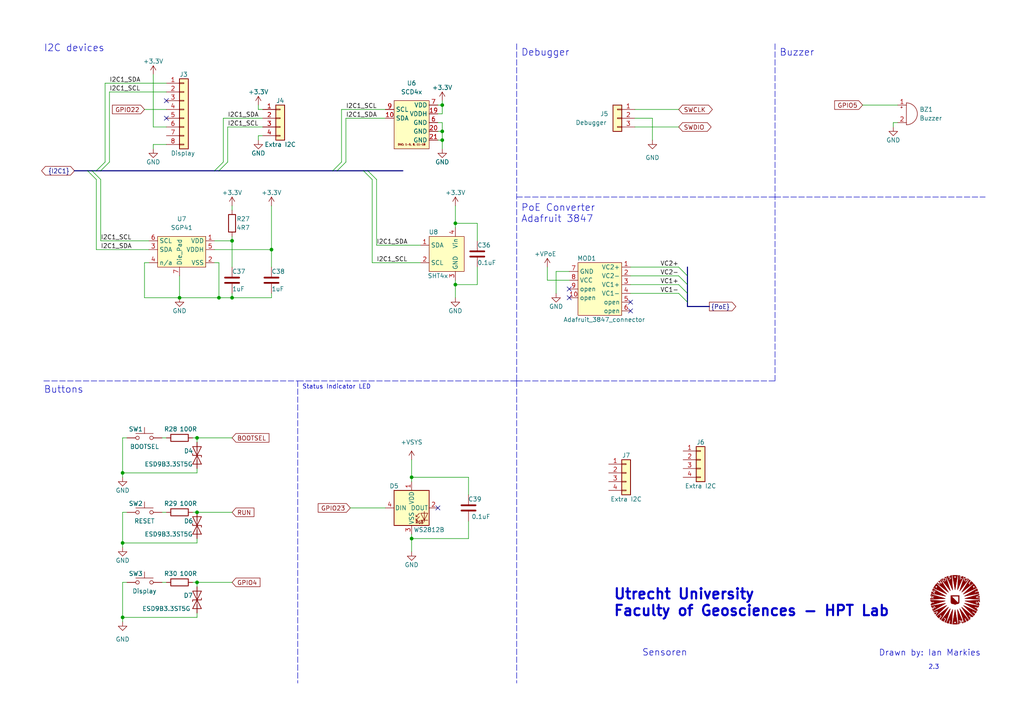
<source format=kicad_sch>
(kicad_sch (version 20211123) (generator eeschema)
  (paper "A4")
  (lib_symbols
    (symbol "Connector_Generic:Conn_01x03" (pin_names (offset 1.016) hide)
      (property "Reference" "J" (at 0 5.08 0))
      (property "Value" "Conn_01x03" (at 0 -5.08 0))
      (symbol "Conn_01x03_1_1"
        (pin passive line (at -5.08 2.54 0) (length 3.81) (name "Pin_1") (number "1"))
        (pin passive line (at -5.08 0 0) (length 3.81) (name "Pin_2") (number "2"))
        (pin passive line (at -5.08 -2.54 0) (length 3.81) (name "Pin_3") (number "3"))
      )
    )
    (symbol "Connector_Generic:Conn_01x04" (pin_names (offset 1.016) hide)
      (property "Reference" "J" (at 0 5.08 0))
      (property "Value" "Conn_01x04" (at 0 -7.62 0))
      (symbol "Conn_01x04_1_1"
        (pin passive line (at -5.08 2.54 0) (length 3.81) (name "Pin_1") (number "1"))
        (pin passive line (at -5.08 0 0) (length 3.81) (name "Pin_2") (number "2"))
        (pin passive line (at -5.08 -2.54 0) (length 3.81) (name "Pin_3") (number "3"))
        (pin passive line (at -5.08 -5.08 0) (length 3.81) (name "Pin_4") (number "4"))
      )
    )
    (symbol "Connector_Generic:Conn_01x08" (pin_names (offset 1.016) hide)
      (property "Reference" "J" (at 0 10.16 0))
      (property "Value" "Conn_01x08" (at 0 -12.7 0))
      (symbol "Conn_01x08_1_1"
        (pin passive line (at -5.08 7.62 0) (length 3.81) (name "Pin_1") (number "1"))
        (pin passive line (at -5.08 5.08 0) (length 3.81) (name "Pin_2") (number "2"))
        (pin passive line (at -5.08 2.54 0) (length 3.81) (name "Pin_3") (number "3"))
        (pin passive line (at -5.08 0 0) (length 3.81) (name "Pin_4") (number "4"))
        (pin passive line (at -5.08 -2.54 0) (length 3.81) (name "Pin_5") (number "5"))
        (pin passive line (at -5.08 -5.08 0) (length 3.81) (name "Pin_6") (number "6"))
        (pin passive line (at -5.08 -7.62 0) (length 3.81) (name "Pin_7") (number "7"))
        (pin passive line (at -5.08 -10.16 0) (length 3.81) (name "Pin_8") (number "8"))
      )
    )
    (symbol "Device:Buzzer" (pin_names (offset 0.0254) hide)
      (property "Reference" "BZ" (at 3.81 1.27 0))
      (property "Value" "Buzzer" (at 3.81 -1.27 0))
      (symbol "Buzzer_1_1"
        (pin passive line (at -2.54 2.54 0) (length 2.54) (name "-") (number "1"))
        (pin passive line (at -2.54 -2.54 0) (length 2.54) (name "+") (number "2"))
      )
    )
    (symbol "Device:C" (pin_numbers hide) (pin_names (offset 0.254))
      (property "Reference" "C" (at 0.635 2.54 0))
      (property "Value" "C" (at 0.635 -2.54 0))
      (symbol "C_1_1"
        (pin passive line (at 0 3.81 270) (length 2.794) (name "~") (number "1"))
        (pin passive line (at 0 -3.81 90) (length 2.794) (name "~") (number "2"))
      )
    )
    (symbol "Device:R" (pin_numbers hide) (pin_names (offset 0))
      (property "Reference" "R" (at 2.032 0 90))
      (property "Value" "R" (at 0 0 90))
      (symbol "R_1_1"
        (pin passive line (at 0 3.81 270) (length 1.27) (name "~") (number "1"))
        (pin passive line (at 0 -3.81 90) (length 1.27) (name "~") (number "2"))
      )
    )
    (symbol "Diode:ESD9B3.3ST5G" (pin_numbers hide) (pin_names (offset 1.016) hide)
      (property "Reference" "D" (at 0 2.54 0))
      (property "Value" "ESD9B3.3ST5G" (at 0 -2.54 0))
      (symbol "ESD9B3.3ST5G_1_1"
        (pin passive line (at -3.81 0 0) (length 2.54) (name "A1") (number "1"))
        (pin passive line (at 3.81 0 180) (length 2.54) (name "A2") (number "2"))
      )
    )
    (symbol "HPT:+VPoE" (power) (in_bom no) (on_board no)
      (property "Value" "+VPoE" (at 0 5.08 0))
      (symbol "+VPoE_1_1"
        (pin power_in line (at 0 0 90) (length 0) hide (name "+VPoE") (number ""))
      )
    )
    (symbol "HPT:+Vsys" (power) (in_bom no) (on_board no)
      (property "Value" "+Vsys" (at 0 3.81 0))
      (symbol "+Vsys_1_1"
        (pin power_in line (at 0 0 90) (length 0) hide (name "+VSYS") (number ""))
      )
    )
    (symbol "HPT:Adafruit_3847_connector"
      (property "Reference" "J" (at -5.08 7.62 0))
      (property "Value" "Adafruit_3847_connector" (at -1.27 -10.16 0))
      (symbol "Adafruit_3847_connector_1_1"
        (pin bidirectional line (at 8.89 5.08 180) (length 2.54) (name "VC2+") (number "1"))
        (pin passive line (at -8.89 -3.81 0) (length 2.54) (name "open") (number "10"))
        (pin bidirectional line (at 8.89 2.54 180) (length 2.54) (name "VC2-") (number "2"))
        (pin bidirectional line (at 8.89 0 180) (length 2.54) (name "VC1+") (number "3"))
        (pin bidirectional line (at 8.89 -2.54 180) (length 2.54) (name "VC1-") (number "4"))
        (pin passive line (at 8.89 -5.08 180) (length 2.54) (name "open") (number "5"))
        (pin passive line (at 8.89 -7.62 180) (length 2.54) (name "open") (number "6"))
        (pin power_out line (at -8.89 3.81 0) (length 2.54) (name "GND") (number "7"))
        (pin power_in line (at -8.89 1.27 0) (length 2.54) (name "VCC") (number "8"))
        (pin passive line (at -8.89 -1.27 0) (length 2.54) (name "open") (number "9"))
      )
    )
    (symbol "HPT:LOGO" (pin_names (offset 1.016)))
    (symbol "HPT:SCD4x"
      (property "Reference" "U" (at -3.81 6.35 0))
      (property "Value" "SCD4x" (at 2.54 -10.16 0))
      (symbol "SCD4x_0_0"
        (text "DNC: 1-5, 8, 11-18" (at 0 -7.62 0) (effects (font (size 0.5 0.5))))
      )
      (symbol "SCD4x_1_1"
        (pin no_connect line (at -7.62 -6.35 0) (length 2.54) hide (name "DNC") (number "1"))
        (pin power_in line (at -7.62 0 0) (length 2.54) (name "SDA") (number "10"))
        (pin no_connect line (at -7.62 -6.35 0) (length 2.54) hide (name "DNC") (number "11"))
        (pin no_connect line (at -7.62 -6.35 0) (length 2.54) hide (name "DNC") (number "12"))
        (pin no_connect line (at -7.62 -6.35 0) (length 2.54) hide (name "DNC") (number "13"))
        (pin no_connect line (at -7.62 -6.35 0) (length 2.54) hide (name "DNC") (number "14"))
        (pin no_connect line (at -7.62 -6.35 0) (length 2.54) hide (name "DNC") (number "15"))
        (pin no_connect line (at -7.62 -6.35 0) (length 2.54) hide (name "DNC") (number "16"))
        (pin no_connect line (at -7.62 -6.35 0) (length 2.54) hide (name "DNC") (number "17"))
        (pin no_connect line (at -7.62 -6.35 0) (length 2.54) hide (name "DNC") (number "18"))
        (pin power_in line (at 7.62 1.27 180) (length 2.54) (name "VDDH") (number "19"))
        (pin no_connect line (at -7.62 -6.35 0) (length 2.54) hide (name "DNC") (number "2"))
        (pin power_in line (at 7.62 -3.81 180) (length 2.54) (name "GND") (number "20"))
        (pin power_in line (at 7.62 -6.35 180) (length 2.54) (name "GND") (number "21"))
        (pin no_connect line (at -7.62 -6.35 0) (length 2.54) hide (name "DNC") (number "3"))
        (pin no_connect line (at -7.62 -6.35 0) (length 2.54) hide (name "DNC") (number "4"))
        (pin no_connect line (at -7.62 -6.35 0) (length 2.54) hide (name "DNC") (number "5"))
        (pin power_in line (at 7.62 -1.27 180) (length 2.54) (name "GND") (number "6"))
        (pin power_in line (at 7.62 3.81 180) (length 2.54) (name "VDD") (number "7"))
        (pin no_connect line (at -7.62 -6.35 0) (length 2.54) hide (name "DNC") (number "8"))
        (pin power_in line (at -7.62 2.54 0) (length 2.54) (name "SCL") (number "9"))
      )
    )
    (symbol "HPT:SGP41"
      (property "Reference" "U" (at -5.08 3.81 0))
      (property "Value" "SGP41" (at 5.08 -7.62 0))
      (symbol "SGP41_1_1"
        (pin power_in line (at 10.16 1.27 180) (length 2.54) (name "VDD") (number "1"))
        (pin power_in line (at 10.16 -5.08 180) (length 2.54) (name "VSS") (number "2"))
        (pin bidirectional line (at -8.89 -1.27 0) (length 2.54) (name "SDA") (number "3"))
        (pin passive line (at -8.89 -5.08 0) (length 2.54) (name "n/a") (number "4"))
        (pin power_in line (at 10.16 -1.27 180) (length 2.54) (name "VDDH") (number "5"))
        (pin bidirectional line (at -8.89 1.27 0) (length 2.54) (name "SCL") (number "6"))
        (pin power_in line (at 0 -8.89 90) (length 2.54) (name "Die_Pad") (number "7"))
      )
    )
    (symbol "HPT:SHT4x"
      (property "Reference" "U" (at 5.08 -6.35 0))
      (property "Value" "SHT4x" (at -2.54 6.35 0))
      (symbol "SHT4x_1_1"
        (pin bidirectional line (at -7.62 2.54 0) (length 2.54) (name "SDA") (number "1"))
        (pin bidirectional line (at -7.62 -2.54 0) (length 2.54) (name "SCL") (number "2"))
        (pin power_in line (at 2.54 -7.62 90) (length 2.54) (name "GND") (number "3"))
        (pin power_in line (at 2.54 7.62 270) (length 2.54) (name "Vin") (number "4"))
      )
    )
    (symbol "LED:WS2812B" (pin_names (offset 0.254))
      (property "Reference" "D" (at 5.08 5.715 0))
      (property "Value" "WS2812B" (at 1.27 -5.715 0))
      (symbol "WS2812B_0_0"
        (text "RGB" (at 2.286 -4.191 0) (effects (font (size 0.762 0.762))))
      )
      (symbol "WS2812B_1_1"
        (pin power_in line (at 0 7.62 270) (length 2.54) (name "VDD") (number "1"))
        (pin output line (at 7.62 0 180) (length 2.54) (name "DOUT") (number "2"))
        (pin power_in line (at 0 -7.62 90) (length 2.54) (name "VSS") (number "3"))
        (pin input line (at -7.62 0 0) (length 2.54) (name "DIN") (number "4"))
      )
    )
    (symbol "Switch:SW_Push" (pin_numbers hide) (pin_names (offset 1.016) hide)
      (property "Reference" "SW" (at 1.27 2.54 0))
      (property "Value" "SW_Push" (at 0 -1.524 0))
      (symbol "SW_Push_0_1"
        (pin passive line (at -5.08 0 0) (length 2.54) (name "1") (number "1"))
        (pin passive line (at 5.08 0 180) (length 2.54) (name "2") (number "2"))
      )
    )
    (symbol "power:+3.3V" (power) (pin_names (offset 0))
      (property "Value" "+3.3V" (at 0 3.556 0))
      (symbol "+3.3V_1_1"
        (pin power_in line (at 0 0 90) (length 0) hide (name "+3.3V") (number "1"))
      )
    )
    (symbol "power:GND" (power) (pin_names (offset 0))
      (property "Value" "GND" (at 0 -3.81 0))
      (symbol "GND_1_1"
        (pin power_in line (at 0 0 270) (length 0) hide (name "GND") (number "1"))
      )
    )
  )
  (bus_alias "PoE" (members "VC1+" "VC1-" "VC2+" "VC2-"))
  (junction (at 35.56 179.07))
  (junction (at 67.31 69.85))
  (junction (at 119.38 138.43))
  (junction (at 132.08 64.77))
  (junction (at 128.27 40.64))
  (junction (at 57.15 148.59))
  (junction (at 128.27 30.48))
  (junction (at 35.56 157.48))
  (junction (at 132.08 82.55))
  (junction (at 78.74 72.39))
  (junction (at 67.31 86.36))
  (junction (at 57.15 127))
  (junction (at 128.27 38.1))
  (junction (at 57.15 168.91))
  (junction (at 52.07 86.36))
  (junction (at 63.5 86.36))
  (junction (at 35.56 137.16))
  (junction (at 119.38 156.21))
  (no_connect (at 127 147.32))
  (no_connect (at 165.1 86.36))
  (no_connect (at 182.88 87.63))
  (no_connect (at 48.26 29.21))
  (no_connect (at 48.26 34.29))
  (no_connect (at 182.88 90.17))
  (no_connect (at 165.1 83.82))
  (bus_entry (at 196.85 85.09) (size 2.54 2.54))
  (bus_entry (at 63.5 49.53) (size 2.54 -2.54))
  (bus_entry (at 62.23 49.53) (size 2.54 -2.54))
  (bus_entry (at 26.67 49.53) (size 2.54 2.54))
  (bus_entry (at 25.4 49.53) (size 2.54 2.54))
  (bus_entry (at 106.68 49.53) (size 2.54 2.54))
  (bus_entry (at 105.41 49.53) (size 2.54 2.54))
  (bus_entry (at 29.21 49.53) (size 2.54 -2.54))
  (bus_entry (at 27.94 49.53) (size 2.54 -2.54))
  (bus_entry (at 199.39 80.01) (size -2.54 -2.54))
  (bus_entry (at 199.39 82.55) (size -2.54 -2.54))
  (bus_entry (at 199.39 85.09) (size -2.54 -2.54))
  (bus_entry (at 96.52 49.53) (size 2.54 -2.54))
  (bus_entry (at 97.79 49.53) (size 2.54 -2.54))
  (bus (pts (xy 199.39 88.9) (xy 205.74 88.9)))
  (bus (pts (xy 29.21 49.53) (xy 62.23 49.53)))
  (wire (pts (xy 76.2 39.37) (xy 74.93 39.37)))
  (wire (pts (xy 107.95 52.07) (xy 107.95 76.2)))
  (wire (pts (xy 63.5 76.2) (xy 63.5 86.36)))
  (wire (pts (xy 74.93 30.48) (xy 74.93 31.75)))
  (wire (pts (xy 107.95 76.2) (xy 121.92 76.2)))
  (wire (pts (xy 48.26 148.59) (xy 46.99 148.59)))
  (bus (pts (xy 105.41 49.53) (xy 106.68 49.53)))
  (wire (pts (xy 27.94 52.07) (xy 27.94 72.39)))
  (wire (pts (xy 36.83 148.59) (xy 35.56 148.59)))
  (wire (pts (xy 100.33 34.29) (xy 111.76 34.29)))
  (wire (pts (xy 41.91 31.75) (xy 48.26 31.75)))
  (bus (pts (xy 21.59 49.53) (xy 25.4 49.53)))
  (wire (pts (xy 35.56 168.91) (xy 35.56 179.07)))
  (wire (pts (xy 184.15 36.83) (xy 196.85 36.83)))
  (bus (pts (xy 26.67 49.53) (xy 27.94 49.53)))
  (bus (pts (xy 199.39 82.55) (xy 199.39 85.09)))
  (wire (pts (xy 63.5 86.36) (xy 67.31 86.36)))
  (wire (pts (xy 127 38.1) (xy 128.27 38.1)))
  (wire (pts (xy 27.94 72.39) (xy 43.18 72.39)))
  (wire (pts (xy 67.31 148.59) (xy 57.15 148.59)))
  (wire (pts (xy 128.27 40.64) (xy 128.27 43.18)))
  (wire (pts (xy 62.23 69.85) (xy 67.31 69.85)))
  (bus (pts (xy 97.79 49.53) (xy 105.41 49.53)))
  (wire (pts (xy 36.83 127) (xy 35.56 127)))
  (wire (pts (xy 128.27 38.1) (xy 128.27 40.64)))
  (wire (pts (xy 119.38 160.02) (xy 119.38 156.21)))
  (wire (pts (xy 138.43 64.77) (xy 138.43 69.85)))
  (wire (pts (xy 48.26 36.83) (xy 44.45 36.83)))
  (wire (pts (xy 259.08 35.56) (xy 259.08 36.83)))
  (wire (pts (xy 119.38 138.43) (xy 135.89 138.43)))
  (wire (pts (xy 128.27 29.21) (xy 128.27 30.48)))
  (wire (pts (xy 35.56 137.16) (xy 35.56 138.43)))
  (wire (pts (xy 158.75 77.47) (xy 158.75 81.28)))
  (bus (pts (xy 106.68 49.53) (xy 116.84 49.53)))
  (wire (pts (xy 132.08 59.69) (xy 132.08 64.77)))
  (bus (pts (xy 97.79 49.53) (xy 96.52 49.53)))
  (bus (pts (xy 25.4 49.53) (xy 26.67 49.53)))
  (polyline (pts (xy 86.36 110.49) (xy 149.86 110.49)))
  (wire (pts (xy 35.56 157.48) (xy 35.56 158.75)))
  (wire (pts (xy 66.04 46.99) (xy 66.04 36.83)))
  (wire (pts (xy 132.08 86.36) (xy 132.08 82.55)))
  (wire (pts (xy 250.19 30.48) (xy 260.35 30.48)))
  (bus (pts (xy 199.39 77.47) (xy 199.39 80.01)))
  (polyline (pts (xy 224.79 57.15) (xy 285.75 57.15)))
  (wire (pts (xy 62.23 72.39) (xy 78.74 72.39)))
  (polyline (pts (xy 149.86 57.15) (xy 224.79 57.15)))
  (wire (pts (xy 182.88 77.47) (xy 196.85 77.47)))
  (wire (pts (xy 101.6 147.32) (xy 111.76 147.32)))
  (wire (pts (xy 29.21 69.85) (xy 29.21 52.07)))
  (wire (pts (xy 35.56 127) (xy 35.56 137.16)))
  (bus (pts (xy 199.39 87.63) (xy 199.39 88.9)))
  (wire (pts (xy 52.07 86.36) (xy 63.5 86.36)))
  (wire (pts (xy 57.15 168.91) (xy 55.88 168.91)))
  (polyline (pts (xy 224.79 110.49) (xy 224.79 57.15)))
  (wire (pts (xy 55.88 148.59) (xy 57.15 148.59)))
  (bus (pts (xy 199.39 80.01) (xy 199.39 82.55)))
  (wire (pts (xy 138.43 82.55) (xy 132.08 82.55)))
  (wire (pts (xy 119.38 156.21) (xy 119.38 154.94)))
  (wire (pts (xy 30.48 24.13) (xy 30.48 46.99)))
  (polyline (pts (xy 12.7 110.49) (xy 86.36 110.49)))
  (wire (pts (xy 46.99 127) (xy 48.26 127)))
  (wire (pts (xy 111.76 31.75) (xy 99.06 31.75)))
  (wire (pts (xy 41.91 76.2) (xy 43.18 76.2)))
  (wire (pts (xy 74.93 39.37) (xy 74.93 40.64)))
  (wire (pts (xy 135.89 151.13) (xy 135.89 156.21)))
  (bus (pts (xy 199.39 85.09) (xy 199.39 87.63)))
  (wire (pts (xy 109.22 71.12) (xy 121.92 71.12)))
  (wire (pts (xy 66.04 36.83) (xy 76.2 36.83)))
  (wire (pts (xy 184.15 31.75) (xy 196.85 31.75)))
  (wire (pts (xy 127 33.02) (xy 128.27 33.02)))
  (wire (pts (xy 52.07 80.01) (xy 52.07 86.36)))
  (wire (pts (xy 119.38 138.43) (xy 119.38 133.35)))
  (wire (pts (xy 161.29 78.74) (xy 161.29 85.09)))
  (wire (pts (xy 57.15 179.07) (xy 35.56 179.07)))
  (wire (pts (xy 67.31 59.69) (xy 67.31 60.96)))
  (wire (pts (xy 57.15 179.07) (xy 57.15 177.8)))
  (wire (pts (xy 36.83 168.91) (xy 35.56 168.91)))
  (wire (pts (xy 44.45 41.91) (xy 44.45 43.18)))
  (wire (pts (xy 132.08 64.77) (xy 138.43 64.77)))
  (wire (pts (xy 189.23 34.29) (xy 189.23 40.64)))
  (wire (pts (xy 31.75 26.67) (xy 48.26 26.67)))
  (wire (pts (xy 57.15 170.18) (xy 57.15 168.91)))
  (wire (pts (xy 67.31 86.36) (xy 67.31 85.09)))
  (bus (pts (xy 63.5 49.53) (xy 96.52 49.53)))
  (wire (pts (xy 127 30.48) (xy 128.27 30.48)))
  (wire (pts (xy 135.89 156.21) (xy 119.38 156.21)))
  (wire (pts (xy 78.74 59.69) (xy 78.74 72.39)))
  (wire (pts (xy 109.22 52.07) (xy 109.22 71.12)))
  (wire (pts (xy 57.15 137.16) (xy 35.56 137.16)))
  (wire (pts (xy 55.88 127) (xy 57.15 127)))
  (wire (pts (xy 41.91 76.2) (xy 41.91 86.36)))
  (wire (pts (xy 62.23 76.2) (xy 63.5 76.2)))
  (wire (pts (xy 138.43 77.47) (xy 138.43 82.55)))
  (bus (pts (xy 27.94 49.53) (xy 29.21 49.53)))
  (wire (pts (xy 119.38 138.43) (xy 119.38 139.7)))
  (wire (pts (xy 127 40.64) (xy 128.27 40.64)))
  (wire (pts (xy 64.77 34.29) (xy 76.2 34.29)))
  (polyline (pts (xy 224.79 12.7) (xy 224.79 57.15)))
  (wire (pts (xy 260.35 35.56) (xy 259.08 35.56)))
  (wire (pts (xy 48.26 41.91) (xy 44.45 41.91)))
  (wire (pts (xy 127 35.56) (xy 128.27 35.56)))
  (wire (pts (xy 57.15 156.21) (xy 57.15 157.48)))
  (wire (pts (xy 67.31 69.85) (xy 67.31 68.58)))
  (wire (pts (xy 135.89 138.43) (xy 135.89 143.51)))
  (wire (pts (xy 100.33 46.99) (xy 100.33 34.29)))
  (wire (pts (xy 35.56 148.59) (xy 35.56 157.48)))
  (wire (pts (xy 165.1 81.28) (xy 158.75 81.28)))
  (bus (pts (xy 62.23 49.53) (xy 63.5 49.53)))
  (wire (pts (xy 182.88 85.09) (xy 196.85 85.09)))
  (wire (pts (xy 182.88 80.01) (xy 196.85 80.01)))
  (wire (pts (xy 30.48 24.13) (xy 48.26 24.13)))
  (wire (pts (xy 132.08 64.77) (xy 132.08 66.04)))
  (wire (pts (xy 67.31 86.36) (xy 78.74 86.36)))
  (wire (pts (xy 57.15 137.16) (xy 57.15 135.89)))
  (wire (pts (xy 182.88 82.55) (xy 196.85 82.55)))
  (wire (pts (xy 31.75 46.99) (xy 31.75 26.67)))
  (wire (pts (xy 67.31 168.91) (xy 57.15 168.91)))
  (wire (pts (xy 128.27 30.48) (xy 128.27 33.02)))
  (wire (pts (xy 67.31 127) (xy 57.15 127)))
  (wire (pts (xy 29.21 69.85) (xy 43.18 69.85)))
  (polyline (pts (xy 149.86 110.49) (xy 149.86 198.12)))
  (wire (pts (xy 184.15 34.29) (xy 189.23 34.29)))
  (wire (pts (xy 44.45 36.83) (xy 44.45 21.59)))
  (wire (pts (xy 99.06 31.75) (xy 99.06 46.99)))
  (wire (pts (xy 78.74 72.39) (xy 78.74 77.47)))
  (wire (pts (xy 57.15 128.27) (xy 57.15 127)))
  (wire (pts (xy 41.91 86.36) (xy 52.07 86.36)))
  (wire (pts (xy 128.27 35.56) (xy 128.27 38.1)))
  (polyline (pts (xy 149.86 110.49) (xy 224.79 110.49)))
  (wire (pts (xy 48.26 168.91) (xy 46.99 168.91)))
  (polyline (pts (xy 86.36 110.49) (xy 86.36 198.12)))
  (wire (pts (xy 132.08 82.55) (xy 132.08 81.28)))
  (wire (pts (xy 35.56 179.07) (xy 35.56 180.34)))
  (wire (pts (xy 74.93 31.75) (xy 76.2 31.75)))
  (wire (pts (xy 78.74 85.09) (xy 78.74 86.36)))
  (wire (pts (xy 165.1 78.74) (xy 161.29 78.74)))
  (polyline (pts (xy 149.86 12.7) (xy 149.86 110.49)))
  (wire (pts (xy 57.15 157.48) (xy 35.56 157.48)))
  (wire (pts (xy 64.77 46.99) (xy 64.77 34.29)))
  (wire (pts (xy 67.31 69.85) (xy 67.31 77.47)))
  (text "PoE Converter\nAdafruit 3847\n" (at 151.13 64.77 0) (effects (font (size 2 2)) (justify left bottom)))
  (text "Drawn by: Ian Markies" (at 284.48 190.5 180) (effects (font (size 1.75 1.75)) (justify right bottom)))
  (text "Status Indicator LED" (at 87.63 113.03 0) (effects (font (size 1.27 1.27)) (justify left bottom)))
  (text "Utrecht University\nFaculty of Geosciences - HPT Lab" (at 177.8 179.07 0) (effects (font (size 3 3) (thickness 0.6) bold) (justify left bottom)))
  (text "2.3" (at 269.24 194.31 0) (effects (font (size 1.27 1.27)) (justify left bottom)))
  (text "I2C devices\n" (at 12.7 15.24 0) (effects (font (size 2 2)) (justify left bottom)))
  (text "Buzzer" (at 226.06 16.51 0) (effects (font (size 2 2)) (justify left bottom)))
  (text "Buttons" (at 12.7 114.3 0) (effects (font (size 2 2)) (justify left bottom)))
  (text "Debugger" (at 151.13 16.51 0) (effects (font (size 2 2)) (justify left bottom)))
  (text "Sensoren" (at 199.39 190.5 180) (effects (font (size 1.905 1.905)) (justify right bottom)))
  (label "I2C1_SDA" (at 100.33 34.29 0))
  (label "I2C1_SCL" (at 31.75 26.67 0))
  (label "I2C1_SDA" (at 31.75 24.13 0))
  (label "I2C1_SDA" (at 66.04 34.29 0))
  (label "VC1-" (at 196.85 85.09 180))
  (label "VC2+" (at 196.85 77.47 180))
  (label "I2C1_SCL" (at 100.33 31.75 0))
  (label "VC1+" (at 196.85 82.55 180))
  (label "I2C1_SCL" (at 109.22 76.2 0))
  (label "I2C1_SCL" (at 66.04 36.83 0))
  (label "I2C1_SDA" (at 109.22 71.12 0))
  (label "VC2-" (at 196.85 80.01 180))
  (label "I2C1_SCL" (at 29.21 69.85 0))
  (label "I2C1_SDA" (at 29.21 72.39 0))
  (global_label "BOOTSEL" (shape input) (at 67.31 127 0) (property "Intersheet References" "${INTERSHEET_REFS}" (effects hide)))
  (global_label "GPIO5" (shape input) (at 250.19 30.48 180) (property "Intersheet References" "${INTERSHEET_REFS}" (effects hide)))
  (global_label "{I2C1}" (shape bidirectional) (at 21.59 49.53 180) (property "Intersheet References" "${INTERSHEET_REFS}" (effects hide)))
  (global_label "{PoE}" (shape output) (at 205.74 88.9 0) (property "Intersheet References" "${INTERSHEET_REFS}" (effects hide)))
  (global_label "SWDIO" (shape bidirectional) (at 196.85 36.83 0) (property "Intersheet References" "${INTERSHEET_REFS}" (effects hide)))
  (global_label "SWCLK" (shape bidirectional) (at 196.85 31.75 0) (property "Intersheet References" "${INTERSHEET_REFS}" (effects hide)))
  (global_label "GPIO23" (shape input) (at 101.6 147.32 180) (property "Intersheet References" "${INTERSHEET_REFS}" (effects hide)))
  (global_label "GPIO22" (shape input) (at 41.91 31.75 180) (property "Intersheet References" "${INTERSHEET_REFS}" (effects hide)))
  (global_label "RUN" (shape input) (at 67.31 148.59 0) (property "Intersheet References" "${INTERSHEET_REFS}" (effects hide)))
  (global_label "GPIO4" (shape input) (at 67.31 168.91 0) (property "Intersheet References" "${INTERSHEET_REFS}" (effects hide)))
  (symbol (lib_id "power:GND") (at 44.45 43.18 0) (mirror y) (unit 1)
    (property "Reference" "#PWR045" (effects hide))
    (property "Value" "GND" (at 44.45 46.99 0))
  )
  (symbol (lib_id "power:+3.3V") (at 78.74 59.69 0) (unit 1)
    (property "Reference" "#PWR048" (effects hide))
    (property "Value" "+3.3V" (at 78.74 55.88 0))
  )
  (symbol (lib_id "HPT:Adafruit_3847_connector") (at 173.99 82.55 0) (unit 1)
    (property "Reference" "MOD1" (at 170.18 74.93 0))
    (property "Value" "Adafruit_3847_connector" (at 175.26 92.71 0))
    (property "Footprint" "HPT:Adafruit 3847 connector" (effects hide))
  )
  (symbol (lib_id "Connector_Generic:Conn_01x04") (at 81.28 34.29 0) (unit 1)
    (property "Reference" "J4" (at 81.28 29.21 0))
    (property "Value" "Extra I2C" (at 81.28 41.91 0))
    (property "Footprint" "Connector_Molex:Molex_KK-396_A-41791-0004_1x04_P3.96mm_Vertical" (effects hide))
  )
  (symbol (lib_id "Connector_Generic:Conn_01x03") (at 179.07 34.29 0) (mirror y) (unit 1)
    (property "Reference" "J5" (at 175.26 33.02 0))
    (property "Value" "Debugger" (at 171.45 35.56 0))
    (property "Footprint" "Connector_PinHeader_2.54mm:PinHeader_1x03_P2.54mm_Vertical" (effects hide))
  )
  (symbol (lib_id "Diode:ESD9B3.3ST5G") (at 57.15 132.08 90) (unit 1)
    (property "Reference" "D4" (at 53.34 130.81 90) (effects (justify right)))
    (property "Value" "ESD9B3.3ST5G" (at 41.91 134.62 90) (effects (justify right)))
    (property "Footprint" "Diode_SMD:D_SOD-923" (effects hide))
    (property "Datasheet" "https://www.onsemi.com/pub/Collateral/ESD9B-D.PDF" (effects hide))
  )
  (symbol (lib_id "power:+3.3V") (at 67.31 59.69 0) (unit 1)
    (property "Reference" "#PWR047" (effects hide))
    (property "Value" "+3.3V" (at 67.31 55.88 0))
  )
  (symbol (lib_id "Device:C") (at 135.89 147.32 0) (mirror y) (unit 1)
    (property "Reference" "C39" (at 139.7 144.78 0) (effects (justify left)))
    (property "Value" "0.1uF" (at 142.24 149.86 0) (effects (justify left)))
    (property "Footprint" "Capacitor_SMD:C_0402_1005Metric" (effects hide))
  )
  (symbol (lib_id "power:+3.3V") (at 74.93 30.48 0) (mirror y) (unit 1)
    (property "Reference" "#PWR041" (effects hide))
    (property "Value" "+3.3V" (at 74.93 26.67 0))
  )
  (symbol (lib_id "power:GND") (at 132.08 86.36 0) (unit 1)
    (property "Reference" "#PWR052" (effects hide))
    (property "Value" "GND" (at 132.08 90.17 0))
  )
  (symbol (lib_id "power:GND") (at 161.29 85.09 0) (mirror y) (unit 1)
    (property "Reference" "#PWR050" (effects hide))
    (property "Value" "GND" (at 161.29 88.9 0))
  )
  (symbol (lib_id "power:GND") (at 119.38 160.02 0) (unit 1)
    (property "Reference" "#PWR055" (effects hide))
    (property "Value" "GND" (at 119.38 163.83 0))
  )
  (symbol (lib_id "Switch:SW_Push") (at 41.91 127 0) (unit 1)
    (property "Reference" "SW1" (at 39.37 124.46 0))
    (property "Value" "BOOTSEL" (at 41.91 129.54 0))
    (property "Footprint" "HPT:Switch" (effects hide))
  )
  (symbol (lib_id "HPT:SCD4x") (at 119.38 34.29 0) (unit 1)
    (property "Reference" "U6" (at 119.38 24.13 0))
    (property "Value" "SCD4x" (at 119.38 26.67 0))
    (property "Footprint" "HPT:SDC4x" (effects hide))
  )
  (symbol (lib_id "Device:R") (at 52.07 168.91 90) (unit 1)
    (property "Reference" "R30" (at 49.53 166.37 90))
    (property "Value" "100R" (at 54.61 166.37 90))
    (property "Footprint" "Resistor_SMD:R_0402_1005Metric" (effects hide))
  )
  (symbol (lib_id "Device:R") (at 52.07 127 270) (mirror x) (unit 1)
    (property "Reference" "R28" (at 49.53 124.46 90))
    (property "Value" "100R" (at 54.61 124.46 90))
    (property "Footprint" "Resistor_SMD:R_0402_1005Metric" (effects hide))
  )
  (symbol (lib_id "Switch:SW_Push") (at 41.91 148.59 0) (unit 1)
    (property "Reference" "SW2" (at 39.37 146.05 0))
    (property "Value" "RESET" (at 41.91 151.13 0))
    (property "Footprint" "HPT:Switch" (effects hide))
  )
  (symbol (lib_id "LED:WS2812B") (at 119.38 147.32 0) (unit 1)
    (property "Reference" "D5" (at 114.3 140.97 0))
    (property "Value" "WS2812B" (at 124.46 153.67 0))
    (property "Footprint" "LED_SMD:LED_WS2812B_PLCC4_5.0x5.0mm_P3.2mm" (effects hide))
    (property "Datasheet" "https://cdn-shop.adafruit.com/datasheets/WS2812B.pdf" (effects hide))
  )
  (symbol (lib_id "HPT:LOGO") (at 276.86 173.99 0) (unit 1)
    (property "Reference" "#G4" (effects hide))
    (property "Value" "LOGO" (effects hide))
  )
  (symbol (lib_id "Diode:ESD9B3.3ST5G") (at 57.15 173.99 270) (mirror x) (unit 1)
    (property "Reference" "D7" (at 54.61 172.72 90))
    (property "Value" "ESD9B3.3ST5G" (at 48.26 176.53 90))
    (property "Footprint" "Diode_SMD:D_SOD-923" (effects hide))
    (property "Datasheet" "https://www.onsemi.com/pub/Collateral/ESD9B-D.PDF" (effects hide))
  )
  (symbol (lib_id "HPT:SHT4x") (at 129.54 73.66 0) (unit 1)
    (property "Reference" "U8" (at 125.73 67.31 0))
    (property "Value" "SHT4x" (at 127 80.01 0))
    (property "Footprint" "HPT:SHT4x" (effects hide))
  )
  (symbol (lib_id "power:+3.3V") (at 132.08 59.69 0) (unit 1)
    (property "Reference" "#PWR049" (effects hide))
    (property "Value" "+3.3V" (at 132.08 55.88 0))
  )
  (symbol (lib_id "power:GND") (at 35.56 138.43 0) (unit 1)
    (property "Reference" "#PWR053" (effects hide))
    (property "Value" "GND" (at 35.56 142.24 0))
  )
  (symbol (lib_id "power:GND") (at 35.56 180.34 0) (mirror y) (unit 1)
    (property "Reference" "#PWR056" (effects hide))
    (property "Value" "GND" (at 35.56 185.42 0))
  )
  (symbol (lib_id "power:+3.3V") (at 44.45 21.59 0) (mirror y) (unit 1)
    (property "Reference" "#PWR039" (effects hide))
    (property "Value" "+3.3V" (at 44.45 17.78 0))
  )
  (symbol (lib_id "power:GND") (at 128.27 43.18 0) (unit 1)
    (property "Reference" "#PWR046" (effects hide))
    (property "Value" "GND" (at 128.27 46.99 0))
  )
  (symbol (lib_id "Switch:SW_Push") (at 41.91 168.91 0) (mirror y) (unit 1)
    (property "Reference" "SW3" (at 39.37 166.37 0))
    (property "Value" "Display" (at 41.91 171.45 0))
    (property "Footprint" "Button_Switch_SMD:SW_Push_1P1T_NO_6x6mm_H9.5mm" (effects hide))
  )
  (symbol (lib_id "Connector_Generic:Conn_01x08") (at 53.34 31.75 0) (unit 1)
    (property "Reference" "J3" (at 52.07 21.59 0) (effects (justify left)))
    (property "Value" "Display" (at 49.53 44.45 0) (effects (justify left)))
    (property "Footprint" "Connector_PinHeader_2.54mm:PinHeader_1x08_P2.54mm_Vertical" (effects hide))
  )
  (symbol (lib_id "Connector_Generic:Conn_01x04") (at 181.61 137.16 0) (unit 1)
    (property "Reference" "J7" (at 181.61 132.08 0))
    (property "Value" "Extra I2C" (at 181.61 144.78 0))
    (property "Footprint" "Connector_Molex:Molex_KK-254_AE-6410-04A_1x04_P2.54mm_Vertical" (effects hide))
  )
  (symbol (lib_id "Device:Buzzer") (at 262.89 33.02 0) (unit 1)
    (property "Reference" "BZ1" (at 266.7 31.7499 0) (effects (justify left)))
    (property "Value" "Buzzer" (at 266.7 34.2899 0) (effects (justify left)))
    (property "Footprint" "Buzzer_Beeper:Buzzer_TDK_PS1240P02BT_D12.2mm_H6.5mm" (effects hide))
  )
  (symbol (lib_id "Device:R") (at 67.31 64.77 0) (unit 1)
    (property "Reference" "R27" (at 68.58 63.5 0) (effects (justify left)))
    (property "Value" "4R7" (at 68.58 66.04 0) (effects (justify left)))
    (property "Footprint" "Resistor_SMD:R_0402_1005Metric" (effects hide))
  )
  (symbol (lib_id "Device:R") (at 52.07 148.59 270) (mirror x) (unit 1)
    (property "Reference" "R29" (at 49.53 146.05 90))
    (property "Value" "100R" (at 54.61 146.05 90))
    (property "Footprint" "Resistor_SMD:R_0402_1005Metric" (effects hide))
  )
  (symbol (lib_id "HPT:+VPoE") (at 158.75 77.47 0) (unit 1) (in_bom no) (on_board no)
    (property "Reference" "#U011" (effects hide))
    (property "Value" "+VPoE" (at 154.94 73.66 0) (effects (justify left)))
  )
  (symbol (lib_id "power:GND") (at 35.56 158.75 0) (unit 1)
    (property "Reference" "#PWR054" (effects hide))
    (property "Value" "GND" (at 35.56 162.56 0))
  )
  (symbol (lib_id "Device:C") (at 67.31 81.28 0) (unit 1)
    (property "Reference" "C37" (at 67.31 78.74 0) (effects (justify left)))
    (property "Value" "1uF" (at 67.31 83.82 0) (effects (justify left)))
    (property "Footprint" "Capacitor_SMD:C_0402_1005Metric" (effects hide))
  )
  (symbol (lib_id "power:GND") (at 259.08 36.83 0) (unit 1)
    (property "Reference" "#PWR042" (effects hide))
    (property "Value" "GND" (at 259.08 40.64 0))
  )
  (symbol (lib_id "power:GND") (at 52.07 86.36 0) (unit 1)
    (property "Reference" "#PWR051" (effects hide))
    (property "Value" "GND" (at 52.07 90.17 0))
  )
  (symbol (lib_id "Device:C") (at 138.43 73.66 0) (mirror x) (unit 1)
    (property "Reference" "C36" (at 138.43 71.12 0) (effects (justify left)))
    (property "Value" "0.1uF" (at 138.43 76.2 0) (effects (justify left)))
    (property "Footprint" "Capacitor_SMD:C_0402_1005Metric" (effects hide))
  )
  (symbol (lib_id "power:GND") (at 74.93 40.64 0) (mirror y) (unit 1)
    (property "Reference" "#PWR043" (effects hide))
    (property "Value" "GND" (at 74.93 44.45 0))
  )
  (symbol (lib_id "Diode:ESD9B3.3ST5G") (at 57.15 152.4 90) (unit 1)
    (property "Reference" "D6" (at 53.34 151.13 90) (effects (justify right)))
    (property "Value" "ESD9B3.3ST5G" (at 41.91 154.94 90) (effects (justify right)))
    (property "Footprint" "Diode_SMD:D_SOD-923" (effects hide))
    (property "Datasheet" "https://www.onsemi.com/pub/Collateral/ESD9B-D.PDF" (effects hide))
  )
  (symbol (lib_id "power:GND") (at 189.23 40.64 0) (unit 1)
    (property "Reference" "#PWR044" (effects hide))
    (property "Value" "GND" (at 189.23 45.72 0))
  )
  (symbol (lib_id "HPT:SGP41") (at 52.07 71.12 0) (unit 1)
    (property "Reference" "U7" (at 52.705 63.5 0))
    (property "Value" "SGP41" (at 52.705 66.04 0))
    (property "Footprint" "HPT:XDCR_SGP41-D-R4" (effects hide))
  )
  (symbol (lib_id "HPT:+Vsys") (at 119.38 133.35 0) (unit 1) (in_bom no) (on_board no)
    (property "Reference" "#PWRSYS01" (effects hide))
    (property "Value" "+Vsys" (at 119.38 128.27 0))
  )
  (symbol (lib_id "power:+3.3V") (at 128.27 29.21 0) (unit 1)
    (property "Reference" "#PWR040" (effects hide))
    (property "Value" "+3.3V" (at 128.27 25.4 0))
  )
  (symbol (lib_id "Connector_Generic:Conn_01x04") (at 203.2 133.35 0) (unit 1)
    (property "Reference" "J6" (at 203.2 128.27 0))
    (property "Value" "Extra I2C" (at 203.2 140.97 0))
    (property "Footprint" "Connector_Molex:Molex_KK-254_AE-6410-04A_1x04_P2.54mm_Vertical" (effects hide))
  )
  (symbol (lib_id "Device:C") (at 78.74 81.28 0) (unit 1)
    (property "Reference" "C38" (at 78.74 78.74 0) (effects (justify left)))
    (property "Value" "1uF" (at 78.74 83.82 0) (effects (justify left)))
    (property "Footprint" "Capacitor_SMD:C_0402_1005Metric" (effects hide))
  )
)
</source>
